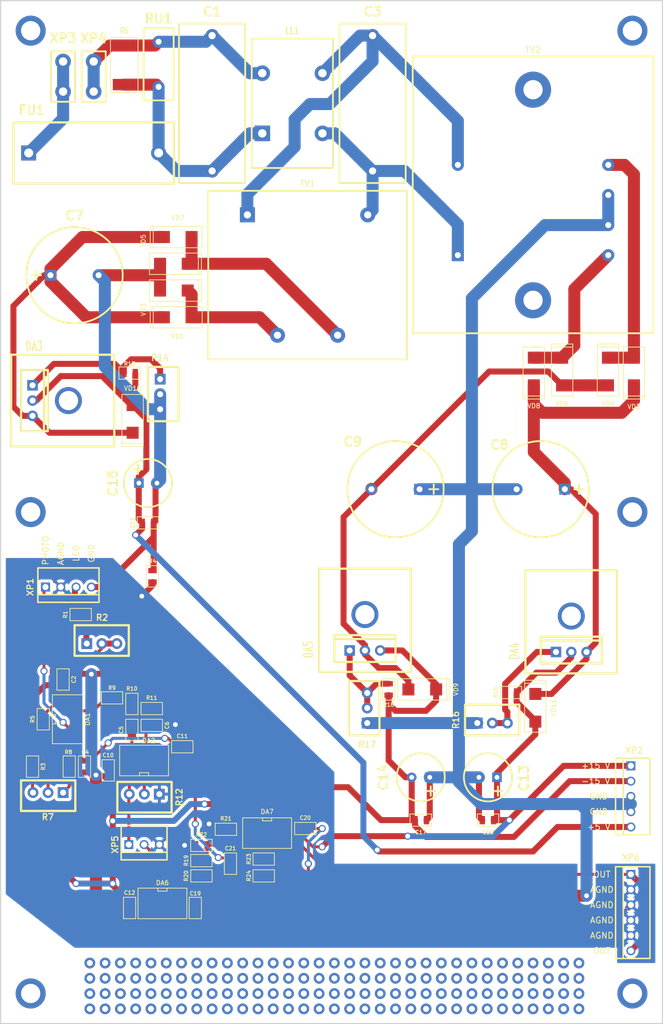
<source format=kicad_pcb>
(kicad_pcb (version 20241229) (generator "pcbnew") (generator_version "9.0")
  (layers (0 "F.Cu" signal) (2 "B.Cu" signal) (13 "F.Paste" user) (15 "B.Paste" user) (5 "F.SilkS" user "F.Silkscreen") (7 "B.SilkS" user "B.Silkscreen") (1 "F.Mask" user) (3 "B.Mask" user) (25 "Edge.Cuts" user))
  (net 0 "")
  (net 1 "Net-(C1-Pad2)")
  (net 2 "Net-(C1-Pad1)")
  (net 3 "/GND")
  (net 4 "/+15V")
  (net 5 "Net-(C3-Pad2)")
  (net 6 "Net-(C3-Pad1)")
  (net 7 "/-15V")
  (net 8 "Net-(C5-Pad2)")
  (net 9 "Net-(C5-Pad1)")
  (net 10 "/AGND")
  (net 11 "Net-(C6-Pad1)")
  (net 12 "Net-(C7-Pad1)")
  (net 13 "Net-(C8-Pad1)")
  (net 14 "Net-(C9-Pad2)")
  (net 15 "/+5V")
  (net 16 "Net-(C19-Pad1)")
  (net 17 "Net-(DA1-Pad1)")
  (net 18 "Net-(DA1-Pad2)")
  (net 19 "Net-(DA1-Pad3)")
  (net 20 "Net-(DA1-Pad5)")
  (net 21 "Net-(DA1-Pad6)")
  (net 22 "Net-(DA1-Pad8)")
  (net 23 "Net-(DA2-Pad1)")
  (net 24 "Net-(DA2-Pad2)")
  (net 25 "Net-(DA2-Pad5)")
  (net 26 "Net-(DA2-Pad8)")
  (net 27 "Net-(DA3-Pad1)")
  (net 28 "Net-(DA4-Pad1)")
  (net 29 "Net-(DA5-Pad1)")
  (net 30 "Net-(DA7-Pad1)")
  (net 31 "Net-(DA7-Pad2)")
  (net 32 "Net-(DA7-Pad3)")
  (net 33 "Net-(DA7-Pad5)")
  (net 34 "/SIG_OUT")
  (net 35 "Net-(DA7-Pad8)")
  (net 36 "Net-(FU1-Pad1)")
  (net 37 "Net-(R1-Pad2)")
  (net 38 "Net-(R1-Pad1)")
  (net 39 "Net-(R3-Pad2)")
  (net 40 "Net-(R7-Pad1)")
  (net 41 "Net-(R10-Pad1)")
  (net 42 "Net-(R19-Pad1)")
  (net 43 "Net-(R23-Pad2)")
  (net 44 "Net-(TV1-Pad7)")
  (net 45 "Net-(TV1-Pad9)")
  (net 46 "Net-(TV2-Pad7)")
  (net 47 "Net-(TV2-Pad10)")
  (net 48 "Net-(DA6-Pad1)")
  (net 49 "Net-(DA6-Pad3)")
  (net 50 "Net-(DA6-Pad5)")
  (net 51 "Net-(DA6-Pad7)")
  (net 52 "Net-(DA6-Pad8)")
  (footprint "IWcomponents:CAPACITOR_B32923_26.5x11" (layer "F.Cu") (at 175.26 67.945 -90)
    (property "Reference" "C1")
    (property "Value" "1 мк 305 В" (hide yes))
  )
  (footprint "IWsmd_case:SMD0805" (layer "F.Cu") (at 150.495 163.703 90)
    (property "Reference" "C2")
    (property "Value" "0.1 мк" (hide yes))
  )
  (footprint "IWcomponents:CAPACITOR_B32923_26.5x11" (layer "F.Cu") (at 201.93 67.945 -90)
    (property "Reference" "C3")
    (property "Value" "1 мк 305 В" (hide yes))
  )
  (footprint "IWsmd_case:SMD0805" (layer "F.Cu") (at 154.051 178.181 -90)
    (property "Reference" "C4")
    (property "Value" "0.1 мк" (hide yes))
  )
  (footprint "IWsmd_case:SMD0805" (layer "F.Cu") (at 161.925 172.085 90)
    (property "Reference" "C5")
    (property "Value" "0.1 мк" (hide yes))
  )
  (footprint "IWcomponents:CAPACITOR_7.62_D16" (layer "F.Cu") (at 152.4 96.52)
    (property "Reference" "C7")
    (property "Value" "4700 мк 16 В" (hide yes))
  )
  (footprint "IWcomponents:CAPACITOR_7.62_D16" (layer "F.Cu") (at 229.87 132.08 180)
    (property "Reference" "C8")
    (property "Value" "2200 мк 35 В" (hide yes))
  )
  (footprint "IWcomponents:CAPACITOR_7.62_D16" (layer "F.Cu") (at 205.74 132.08 180)
    (property "Reference" "C9")
    (property "Value" "2200 мк 35 В" (hide yes))
  )
  (footprint "IWsmd_case:SMD0805" (layer "F.Cu") (at 157.988 178.816 -90)
    (property "Reference" "C10")
    (property "Value" "0.1 мк" (hide yes))
  )
  (footprint "IWsmd_case:SMD0805" (layer "F.Cu") (at 170.307 174.879)
    (property "Reference" "C11")
    (property "Value" "0.1 мк" (hide yes))
  )
  (footprint "IWsmd_case:SMD0805" (layer "F.Cu") (at 161.544 201.676 -90)
    (property "Reference" "C12")
    (property "Value" "0.1 мк" (hide yes))
  )
  (footprint "IWcomponents:CAPACITOR_3_D8" (layer "F.Cu") (at 221.107 179.959 180)
    (property "Reference" "C13")
    (property "Value" "220 мк 25 В" (hide yes))
  )
  (footprint "IWcomponents:CAPACITOR_3_D8" (layer "F.Cu") (at 209.931 179.959 180)
    (property "Reference" "C14")
    (property "Value" "220 мк 25 В" (hide yes))
  )
  (footprint "IWcomponents:CAPACITOR_3_D8" (layer "F.Cu") (at 164.592 131.064)
    (property "Reference" "C15")
    (property "Value" "470 мк 16 В" (hide yes))
  )
  (footprint "IWsmd_case:SMD0805" (layer "F.Cu") (at 221.107 187.071 180)
    (property "Reference" "C16")
    (property "Value" "0.1 мк" (hide yes))
  )
  (footprint "IWsmd_case:SMD0805" (layer "F.Cu") (at 164.592 137.668)
    (property "Reference" "C18")
    (property "Value" "0.1 мк" (hide yes))
  )
  (footprint "IWsmd_case:SMD0805" (layer "F.Cu") (at 172.466 201.676 -90)
    (property "Reference" "C19")
    (property "Value" "0.1 мк" (hide yes))
  )
  (footprint "IWsmd_case:SMD0805" (layer "F.Cu") (at 190.754 188.468)
    (property "Reference" "C20")
    (property "Value" "0.1 мк" (hide yes))
  )
  (footprint "IWsmd_case:SMD0805" (layer "F.Cu") (at 178.308 194.31 -90)
    (property "Reference" "C21")
    (property "Value" "0.1 мк" (hide yes))
  )
  (footprint "IWsmd_case:SOIC8" (layer "F.Cu") (at 151.257 170.307)
    (property "Reference" "DA1")
    (property "Value" "AD620ARZ" (hide yes))
  )
  (footprint "IWsmd_case:SOIC8" (layer "F.Cu") (at 163.957 177.165 90)
    (property "Reference" "DA2")
    (property "Value" "OP07CD" (hide yes))
  )
  (footprint "IWcomponents:TO220_RAD_16.5x15" (layer "F.Cu") (at 151.384 117.348)
    (property "Reference" "DA3")
    (property "Value" "LM317" (hide yes))
  )
  (footprint "IWcomponents:TO220_RAD_16.5x15" (layer "F.Cu") (at 200.66 152.908 90)
    (property "Reference" "DA5")
    (property "Value" "LM337T" (hide yes))
  )
  (footprint "IWsmd_case:SOIC8" (layer "F.Cu") (at 184.404 189.23 -90)
    (property "Reference" "DA7")
    (property "Value" "OP07CD" (hide yes))
  )
  (footprint "IWcomponents:FU_PTF15B" (layer "F.Cu") (at 149.86 76.2)
    (property "Reference" "FU1")
    (property "Value" "0.1A" (hide yes))
  )
  (footprint "IWtransformator:EMI_EPCOS_B82731T" (layer "F.Cu") (at 188.595 67.945 90)
    (property "Reference" "LL1")
    (property "Value" "B82731T2301A020" (hide yes))
  )
  (footprint "IWsmd_case:SMD0805" (layer "F.Cu") (at 153.416 152.908)
    (property "Reference" "R1")
    (property "Value" "50" (hide yes))
  )
  (footprint "IWsmd_case:SMD0805" (layer "F.Cu") (at 145.415 178.181 -90)
    (property "Reference" "R3")
    (property "Value" "15 к" (hide yes))
  )
  (footprint "IWsmd_case:SMD0805" (layer "F.Cu") (at 147.193 170.307 -90)
    (property "Reference" "R5")
    (property "Value" "100 к" (hide yes))
  )
  (footprint "IWsmd_case:SMD2512" (layer "F.Cu") (at 160.655 61.595 -90)
    (property "Reference" "R6")
    (property "Value" "510 к" (hide yes))
  )
  (footprint "IWcomponents:Electron_3296W" (layer "F.Cu") (at 150.495 182.499 180)
    (property "Reference" "R7")
    (property "Value" "10 к" (hide yes))
  )
  (footprint "IWsmd_case:SMD0805" (layer "F.Cu") (at 151.511 178.181 90)
    (property "Reference" "R8")
    (property "Value" "15 к" (hide yes))
  )
  (footprint "IWsmd_case:SMD0805" (layer "F.Cu") (at 161.925 167.767 -90)
    (property "Reference" "R10")
    (property "Value" "10 к" (hide yes))
  )
  (footprint "IWsmd_case:SMD0805" (layer "F.Cu") (at 165.227 168.529)
    (property "Reference" "R11")
    (property "Value" "10 к" (hide yes))
  )
  (footprint "IWcomponents:Electron_3296W" (layer "F.Cu") (at 166.497 182.753 180)
    (property "Reference" "R12")
    (property "Value" "10 к" (hide yes))
  )
  (footprint "IWsmd_case:SMD0805" (layer "F.Cu") (at 161.544 112.776)
    (property "Reference" "R13")
    (property "Value" "240" (hide yes))
  )
  (footprint "IWcomponents:Electron_3296W" (layer "F.Cu") (at 166.624 113.792 -90)
    (property "Reference" "R14")
    (property "Value" "5 к" (hide yes))
  )
  (footprint "IWsmd_case:SMD0805" (layer "F.Cu") (at 224.917 165.862)
    (property "Reference" "R15")
    (property "Value" "240" (hide yes))
  )
  (footprint "IWcomponents:Electron_3296W" (layer "F.Cu") (at 219.329 170.942)
    (property "Reference" "R16")
    (property "Value" "5 к" (hide yes))
  )
  (footprint "IWcomponents:Electron_3296W" (layer "F.Cu") (at 201.041 170.942 90)
    (property "Reference" "R17")
    (property "Value" "5 к" (hide yes))
  )
  (footprint "IWsmd_case:SMD0805" (layer "F.Cu") (at 173.482 193.802)
    (property "Reference" "R19")
    (property "Value" "100 к" (hide yes))
  )
  (footprint "IWsmd_case:SMD0805" (layer "F.Cu") (at 173.482 196.342)
    (property "Reference" "R20")
    (property "Value" "100 к" (hide yes))
  )
  (footprint "IWsmd_case:SMD0805" (layer "F.Cu") (at 177.546 188.595)
    (property "Reference" "R21")
    (property "Value" "100 к" (hide yes))
  )
  (footprint "IWsmd_case:SMD0805" (layer "F.Cu") (at 173.482 191.262 180)
    (property "Reference" "R22")
    (property "Value" "100 к" (hide yes))
  )
  (footprint "IWsmd_case:SMD0805" (layer "F.Cu") (at 183.8325 193.548)
    (property "Reference" "R23")
    (property "Value" "100 к" (hide yes))
  )
  (footprint "IWsmd_case:SMD0805" (layer "F.Cu") (at 183.8325 196.342)
    (property "Reference" "R24")
    (property "Value" "100 к" (hide yes))
  )
  (footprint "IWcomponents:RU_EPCOS_B72210S0271K101_12х5" (layer "F.Cu") (at 166.37 61.468 -90)
    (property "Reference" "RU1")
    (property "Value" "B72210S0271K101" (hide yes))
  )
  (footprint "IWtransformator:TPG2-12" (layer "F.Cu") (at 191.135 96.52)
    (property "Reference" "TV1")
    (property "Value" "ТПК-2 (6В)" (hide yes))
  )
  (footprint "IWcomponents:SMA" (layer "F.Cu") (at 169.545 103.505 180)
    (property "Reference" "VD1")
    (property "Value" "VS-10MQ100NTRPBF" (hide yes))
  )
  (footprint "IWcomponents:SMA" (layer "F.Cu") (at 245.364 112.522 -90)
    (property "Reference" "VD2")
    (property "Value" "VS-10MQ100NTRPBF" (hide yes))
  )
  (footprint "IWcomponents:SMA" (layer "F.Cu") (at 168.91 99.06)
    (property "Reference" "VD3")
    (property "Value" "VS-10MQ100NTRPBF" (hide yes))
  )
  (footprint "IWcomponents:SMA" (layer "F.Cu") (at 241.046 112.522 90)
    (property "Reference" "VD4")
    (property "Value" "VS-10MQ100NTRPBF" (hide yes))
  )
  (footprint "IWcomponents:SMA" (layer "F.Cu") (at 168.91 94.615)
    (property "Reference" "VD5")
    (property "Value" "VS-10MQ100NTRPBF" (hide yes))
  )
  (footprint "IWcomponents:SMA" (layer "F.Cu") (at 233.426 112.522 90)
    (property "Reference" "VD6")
    (property "Value" "VS-10MQ100NTRPBF" (hide yes))
  )
  (footprint "IWcomponents:SMA" (layer "F.Cu") (at 169.545 90.17 180)
    (property "Reference" "VD7")
    (property "Value" "VS-10MQ100NTRPBF" (hide yes))
  )
  (footprint "IWcomponents:SMA" (layer "F.Cu") (at 228.727 112.522 -90)
    (property "Reference" "VD8")
    (property "Value" "VS-10MQ100NTRPBF" (hide yes))
  )
  (footprint "IWcomponents:SMA" (layer "F.Cu") (at 210.185 165.354)
    (property "Reference" "VD9")
    (property "Value" "VS-10MQ100NTRPBF" (hide yes))
  )
  (footprint "IWcomponents:SMA" (layer "F.Cu") (at 162.052 120.396 -90)
    (property "Reference" "VD10")
    (property "Value" "VS-10MQ100NTRPBF" (hide yes))
  )
  (footprint "IWcomponents:SMA" (layer "F.Cu") (at 228.981 168.402 90)
    (property "Reference" "VD11")
    (property "Value" "VS-10MQ100NTRPBF" (hide yes))
  )
  (footprint "IWconnectors:WF-4" (layer "F.Cu") (at 151.384 148.336)
    (property "Reference" "XP1")
    (property "Value" "WF-4" (hide yes))
  )
  (footprint "IWconnectors:TERMINAL_KLS8-01128_6.3mm" (layer "F.Cu") (at 150.495 63.5 90)
    (property "Reference" "XP3")
    (property "Value" "L-KLS8-01128-PC-250-0.8" (hide yes))
  )
  (footprint "IWconnectors:TERMINAL_KLS8-01128_6.3mm" (layer "F.Cu") (at 155.575 63.5 90)
    (property "Reference" "XP4")
    (property "Value" "L-KLS8-01128-PC-250-0.8" (hide yes))
  )
  (footprint "IWconnectors:WF-3" (layer "F.Cu") (at 163.957 191.135)
    (property "Reference" "XP5")
    (property "Value" "WF-3" (hide yes))
  )
  (footprint "IWtransformator:TP112-11" (layer "F.Cu") (at 228.6 83.185 90)
    (property "Reference" "TV2")
    (property "Value" "ТП-112-11 (2х15В)" (hide yes))
  )
  (footprint "IWsmd_case:SMD0805" (layer "F.Cu") (at 204.597 165.354 -90)
    (property "Reference" "R18")
    (property "Value" "240" (hide yes))
  )
  (footprint "IWcomponents:TO220_RAD_16.5x15" (layer "F.Cu") (at 234.95 153.162 90)
    (property "Reference" "DA4")
    (property "Value" "LM317T" (hide yes))
  )
  (footprint "IWsmd_case:SMD0805" (layer "F.Cu") (at 209.931 187.071)
    (property "Reference" "C17")
    (property "Value" "0.1 мк" (hide yes))
  )
  (footprint "IWcomponents:Electron_3296W" (layer "F.Cu") (at 154.432 157.734)
    (property "Reference" "R2")
    (property "Value" "500" (hide yes))
  )
  (footprint "IWsmd_case:SMD0805" (layer "F.Cu") (at 165.227 171.323)
    (property "Reference" "C6")
    (property "Value" "0.1 мк" (hide yes))
  )
  (footprint "IWsmd_case:SMD0805" (layer "F.Cu") (at 158.623 166.751 180)
    (property "Reference" "R9")
    (property "Value" "0" (hide yes))
  )
  (footprint "IWsmd_case:SOIC8" (layer "F.Cu") (at 167.005 200.914 -90)
    (property "Reference" "DA6")
    (property "Value" "AD680AR" (hide yes))
  )
  (footprint "IWsmd_case:SMD0805" (layer "F.Cu") (at 165.354 146.558 -90)
    (property "Reference" "R4")
    (property "Value" "0" (hide yes))
  )
  (footprint "IWconnectors:WF-6" (layer "F.Cu") (at 244.856 202.438 -90)
    (property "Reference" "XP6")
    (property "Value" "WF-6" (hide yes))
  )
  (footprint "IWconnectors:WF-5" (layer "F.Cu") (at 244.856 183.134 -90)
    (property "Reference" "XP2")
    (property "Value" "WF-5" (hide yes))
  )
  (gr_line (start 250.11 220.88) (end 250.11 50.88) (stroke (width 0.2)) (layer "Edge.Cuts"))
  (gr_line (start 140.11 50.88) (end 250.11 50.88) (stroke (width 0.2)) (layer "Edge.Cuts"))
  (gr_line (start 140.11 220.88) (end 140.11 50.88) (stroke (width 0.2)) (layer "Edge.Cuts"))
  (gr_line (start 140.11 220.88) (end 250.11 220.88) (stroke (width 0.2)) (layer "Edge.Cuts"))
  (gr_text "-15 V" (at 239.014 180.594 0) (layer "F.SilkS") (effects (font (size 1 1))))
  (gr_text "GND" (at 239.522 185.674 0) (layer "F.SilkS") (effects (font (size 1 1))))
  (gr_text "AGND" (at 240.03 206.248 0) (layer "F.SilkS") (effects (font (size 1 1))))
  (gr_text "PHOTO" (at 147.574 142.24 90) (layer "F.SilkS") (effects (font (size 1 1))))
  (gr_text "AGND" (at 150.114 142.748 90) (layer "F.SilkS") (effects (font (size 1 1))))
  (gr_text "OUT" (at 240.03 208.788 0) (layer "F.SilkS") (effects (font (size 1 1))))
  (gr_text "OUT" (at 240.03 196.088 0) (layer "F.SilkS") (effects (font (size 1 1))))
  (gr_text "AGND" (at 240.03 203.708 0) (layer "F.SilkS") (effects (font (size 1 1))))
  (gr_text "AGND" (at 240.03 201.168 0) (layer "F.SilkS") (effects (font (size 1 1))))
  (gr_text "LED" (at 152.654 142.748 90) (layer "F.SilkS") (effects (font (size 1 1))))
  (gr_text "+15 V" (at 239.014 178.054 0) (layer "F.SilkS") (effects (font (size 1 1))))
  (gr_text "+5 V" (at 239.522 188.214 0) (layer "F.SilkS") (effects (font (size 1 1))))
  (gr_text "GND" (at 155.194 142.748 90) (layer "F.SilkS") (effects (font (size 1 1))))
  (gr_text "GND" (at 239.522 183.134 0) (layer "F.SilkS") (effects (font (size 1 1))))
  (gr_text "AGND" (at 240.03 198.628 0) (layer "F.SilkS") (effects (font (size 1 1))))
  (via (at 245.11 135.88) (size 5) (drill 3.2) (layers "F.Cu" "B.Cu") (net 0))
  (via (at 218.44 213.36) (size 1.8) (drill 1) (layers "F.Cu" "B.Cu") (net 0))
  (via (at 218.44 215.9) (size 1.8) (drill 1) (layers "F.Cu" "B.Cu") (net 0))
  (via (at 210.82 215.9) (size 1.8) (drill 1) (layers "F.Cu" "B.Cu") (net 0))
  (via (at 205.74 215.9) (size 1.8) (drill 1) (layers "F.Cu" "B.Cu") (net 0))
  (via (at 172.72 215.9) (size 1.8) (drill 1) (layers "F.Cu" "B.Cu") (net 0))
  (via (at 236.22 215.9) (size 1.8) (drill 1) (layers "F.Cu" "B.Cu") (net 0))
  (via (at 213.36 215.9) (size 1.8) (drill 1) (layers "F.Cu" "B.Cu") (net 0))
  (via (at 220.98 215.9) (size 1.8) (drill 1) (layers "F.Cu" "B.Cu") (net 0))
  (via (at 162.56 215.9) (size 1.8) (drill 1) (layers "F.Cu" "B.Cu") (net 0))
  (via (at 175.26 215.9) (size 1.8) (drill 1) (layers "F.Cu" "B.Cu") (net 0))
  (via (at 177.8 215.9) (size 1.8) (drill 1) (layers "F.Cu" "B.Cu") (net 0))
  (via (at 154.94 215.9) (size 1.8) (drill 1) (layers "F.Cu" "B.Cu") (net 0))
  (via (at 200.66 215.9) (size 1.8) (drill 1) (layers "F.Cu" "B.Cu") (net 0))
  (via (at 195.58 215.9) (size 1.8) (drill 1) (layers "F.Cu" "B.Cu") (net 0))
  (via (at 226.06 215.9) (size 1.8) (drill 1) (layers "F.Cu" "B.Cu") (net 0))
  (via (at 160.02 215.9) (size 1.8) (drill 1) (layers "F.Cu" "B.Cu") (net 0))
  (via (at 185.42 215.9) (size 1.8) (drill 1) (layers "F.Cu" "B.Cu") (net 0))
  (via (at 180.34 215.9) (size 1.8) (drill 1) (layers "F.Cu" "B.Cu") (net 0))
  (via (at 187.96 215.9) (size 1.8) (drill 1) (layers "F.Cu" "B.Cu") (net 0))
  (via (at 231.14 215.9) (size 1.8) (drill 1) (layers "F.Cu" "B.Cu") (net 0))
  (via (at 198.12 215.9) (size 1.8) (drill 1) (layers "F.Cu" "B.Cu") (net 0))
  (via (at 167.64 215.9) (size 1.8) (drill 1) (layers "F.Cu" "B.Cu") (net 0))
  (via (at 165.1 215.9) (size 1.8) (drill 1) (layers "F.Cu" "B.Cu") (net 0))
  (via (at 170.18 215.9) (size 1.8) (drill 1) (layers "F.Cu" "B.Cu") (net 0))
  (via (at 182.88 215.9) (size 1.8) (drill 1) (layers "F.Cu" "B.Cu") (net 0))
  (via (at 190.5 215.9) (size 1.8) (drill 1) (layers "F.Cu" "B.Cu") (net 0))
  (via (at 193.04 215.9) (size 1.8) (drill 1) (layers "F.Cu" "B.Cu") (net 0))
  (via (at 157.48 215.9) (size 1.8) (drill 1) (layers "F.Cu" "B.Cu") (net 0))
  (via (at 233.68 215.9) (size 1.8) (drill 1) (layers "F.Cu" "B.Cu") (net 0))
  (via (at 228.6 215.9) (size 1.8) (drill 1) (layers "F.Cu" "B.Cu") (net 0))
  (via (at 203.2 215.9) (size 1.8) (drill 1) (layers "F.Cu" "B.Cu") (net 0))
  (via (at 223.52 215.9) (size 1.8) (drill 1) (layers "F.Cu" "B.Cu") (net 0))
  (via (at 215.9 215.9) (size 1.8) (drill 1) (layers "F.Cu" "B.Cu") (net 0))
  (via (at 208.28 215.9) (size 1.8) (drill 1) (layers "F.Cu" "B.Cu") (net 0))
  (via (at 167.64 210.82) (size 1.8) (drill 1) (layers "F.Cu" "B.Cu") (net 0))
  (via (at 236.22 218.44) (size 1.8) (drill 1) (layers "F.Cu" "B.Cu") (net 0))
  (via (at 226.06 218.44) (size 1.8) (drill 1) (layers "F.Cu" "B.Cu") (net 0))
  (via (at 172.72 218.44) (size 1.8) (drill 1) (layers "F.Cu" "B.Cu") (net 0))
  (via (at 233.68 210.82) (size 1.8) (drill 1) (layers "F.Cu" "B.Cu") (net 0))
  (via (at 172.72 213.36) (size 1.8) (drill 1) (layers "F.Cu" "B.Cu") (net 0))
  (via (at 208.28 218.44) (size 1.8) (drill 1) (layers "F.Cu" "B.Cu") (net 0))
  (via (at 182.88 213.36) (size 1.8) (drill 1) (layers "F.Cu" "B.Cu") (net 0))
  (via (at 223.52 210.82) (size 1.8) (drill 1) (layers "F.Cu" "B.Cu") (net 0))
  (via (at 182.88 218.44) (size 1.8) (drill 1) (layers "F.Cu" "B.Cu") (net 0))
  (via (at 231.14 218.44) (size 1.8) (drill 1) (layers "F.Cu" "B.Cu") (net 0))
  (via (at 167.64 218.44) (size 1.8) (drill 1) (layers "F.Cu" "B.Cu") (net 0))
  (via (at 160.02 210.82) (size 1.8) (drill 1) (layers "F.Cu" "B.Cu") (net 0))
  (via (at 180.34 210.82) (size 1.8) (drill 1) (layers "F.Cu" "B.Cu") (net 0))
  (via (at 223.52 218.44) (size 1.8) (drill 1) (layers "F.Cu" "B.Cu") (net 0))
  (via (at 185.42 213.36) (size 1.8) (drill 1) (layers "F.Cu" "B.Cu") (net 0))
  (via (at 236.22 213.36) (size 1.8) (drill 1) (layers "F.Cu" "B.Cu") (net 0))
  (via (at 190.5 213.36) (size 1.8) (drill 1) (layers "F.Cu" "B.Cu") (net 0))
  (via (at 182.88 210.82) (size 1.8) (drill 1) (layers "F.Cu" "B.Cu") (net 0))
  (via (at 154.94 210.82) (size 1.8) (drill 1) (layers "F.Cu" "B.Cu") (net 0))
  (via (at 231.14 213.36) (size 1.8) (drill 1) (layers "F.Cu" "B.Cu") (net 0))
  (via (at 223.52 213.36) (size 1.8) (drill 1) (layers "F.Cu" "B.Cu") (net 0))
  (via (at 193.04 218.44) (size 1.8) (drill 1) (layers "F.Cu" "B.Cu") (net 0))
  (via (at 170.18 210.82) (size 1.8) (drill 1) (layers "F.Cu" "B.Cu") (net 0))
  (via (at 180.34 218.44) (size 1.8) (drill 1) (layers "F.Cu" "B.Cu") (net 0))
  (via (at 228.6 218.44) (size 1.8) (drill 1) (layers "F.Cu" "B.Cu") (net 0))
  (via (at 167.64 213.36) (size 1.8) (drill 1) (layers "F.Cu" "B.Cu") (net 0))
  (via (at 236.22 210.82) (size 1.8) (drill 1) (layers "F.Cu" "B.Cu") (net 0))
  (via (at 213.36 218.44) (size 1.8) (drill 1) (layers "F.Cu" "B.Cu") (net 0))
  (via (at 220.98 210.82) (size 1.8) (drill 1) (layers "F.Cu" "B.Cu") (net 0))
  (via (at 203.2 213.36) (size 1.8) (drill 1) (layers "F.Cu" "B.Cu") (net 0))
  (via (at 233.68 213.36) (size 1.8) (drill 1) (layers "F.Cu" "B.Cu") (net 0))
  (via (at 187.96 213.36) (size 1.8) (drill 1) (layers "F.Cu" "B.Cu") (net 0))
  (via (at 228.6 213.36) (size 1.8) (drill 1) (layers "F.Cu" "B.Cu") (net 0))
  (via (at 220.98 213.36) (size 1.8) (drill 1) (layers "F.Cu" "B.Cu") (net 0))
  (via (at 154.94 218.44) (size 1.8) (drill 1) (layers "F.Cu" "B.Cu") (net 0))
  (via (at 198.12 210.82) (size 1.8) (drill 1) (layers "F.Cu" "B.Cu") (net 0))
  (via (at 215.9 210.82) (size 1.8) (drill 1) (layers "F.Cu" "B.Cu") (net 0))
  (via (at 200.66 213.36) (size 1.8) (drill 1) (layers "F.Cu" "B.Cu") (net 0))
  (via (at 160.02 218.44) (size 1.8) (drill 1) (layers "F.Cu" "B.Cu") (net 0))
  (via (at 165.1 213.36) (size 1.8) (drill 1) (layers "F.Cu" "B.Cu") (net 0))
  (via (at 245.11 55.88) (size 5) (drill 3.2) (layers "F.Cu" "B.Cu") (net 0))
  (via (at 162.56 213.36) (size 1.8) (drill 1) (layers "F.Cu" "B.Cu") (net 0))
  (via (at 193.04 210.82) (size 1.8) (drill 1) (layers "F.Cu" "B.Cu") (net 0))
  (via (at 165.1 218.44) (size 1.8) (drill 1) (layers "F.Cu" "B.Cu") (net 0))
  (via (at 175.26 210.82) (size 1.8) (drill 1) (layers "F.Cu" "B.Cu") (net 0))
  (via (at 226.06 213.36) (size 1.8) (drill 1) (layers "F.Cu" "B.Cu") (net 0))
  (via (at 205.74 213.36) (size 1.8) (drill 1) (layers "F.Cu" "B.Cu") (net 0))
  (via (at 205.74 210.82) (size 1.8) (drill 1) (layers "F.Cu" "B.Cu") (net 0))
  (via (at 157.48 213.36) (size 1.8) (drill 1) (layers "F.Cu" "B.Cu") (net 0))
  (via (at 213.36 213.36) (size 1.8) (drill 1) (layers "F.Cu" "B.Cu") (net 0))
  (via (at 231.14 210.82) (size 1.8) (drill 1) (layers "F.Cu" "B.Cu") (net 0))
  (via (at 228.6 210.82) (size 1.8) (drill 1) (layers "F.Cu" "B.Cu") (net 0))
  (via (at 162.56 218.44) (size 1.8) (drill 1) (layers "F.Cu" "B.Cu") (net 0))
  (via (at 218.44 218.44) (size 1.8) (drill 1) (layers "F.Cu" "B.Cu") (net 0))
  (via (at 154.94 213.36) (size 1.8) (drill 1) (layers "F.Cu" "B.Cu") (net 0))
  (via (at 162.56 210.82) (size 1.8) (drill 1) (layers "F.Cu" "B.Cu") (net 0))
  (via (at 185.42 218.44) (size 1.8) (drill 1) (layers "F.Cu" "B.Cu") (net 0))
  (via (at 175.26 218.44) (size 1.8) (drill 1) (layers "F.Cu" "B.Cu") (net 0))
  (via (at 190.5 218.44) (size 1.8) (drill 1) (layers "F.Cu" "B.Cu") (net 0))
  (via (at 187.96 218.44) (size 1.8) (drill 1) (layers "F.Cu" "B.Cu") (net 0))
  (via (at 226.06 210.82) (size 1.8) (drill 1) (layers "F.Cu" "B.Cu") (net 0))
  (via (at 198.12 213.36) (size 1.8) (drill 1) (layers "F.Cu" "B.Cu") (net 0))
  (via (at 210.82 218.44) (size 1.8) (drill 1) (layers "F.Cu" "B.Cu") (net 0))
  (via (at 215.9 218.44) (size 1.8) (drill 1) (layers "F.Cu" "B.Cu") (net 0))
  (via (at 208.28 210.82) (size 1.8) (drill 1) (layers "F.Cu" "B.Cu") (net 0))
  (via (at 145.11 135.88) (size 5) (drill 3.2) (layers "F.Cu" "B.Cu") (net 0))
  (via (at 160.02 213.36) (size 1.8) (drill 1) (layers "F.Cu" "B.Cu") (net 0))
  (via (at 205.74 218.44) (size 1.8) (drill 1) (layers "F.Cu" "B.Cu") (net 0))
  (via (at 233.68 218.44) (size 1.8) (drill 1) (layers "F.Cu" "B.Cu") (net 0))
  (via (at 210.82 210.82) (size 1.8) (drill 1) (layers "F.Cu" "B.Cu") (net 0))
  (via (at 157.48 218.44) (size 1.8) (drill 1) (layers "F.Cu" "B.Cu") (net 0))
  (via (at 177.8 213.36) (size 1.8) (drill 1) (layers "F.Cu" "B.Cu") (net 0))
  (via (at 165.1 210.82) (size 1.8) (drill 1) (layers "F.Cu" "B.Cu") (net 0))
  (via (at 200.66 218.44) (size 1.8) (drill 1) (layers "F.Cu" "B.Cu") (net 0))
  (via (at 195.58 218.44) (size 1.8) (drill 1) (layers "F.Cu" "B.Cu") (net 0))
  (via (at 193.04 213.36) (size 1.8) (drill 1) (layers "F.Cu" "B.Cu") (net 0))
  (via (at 210.82 213.36) (size 1.8) (drill 1) (layers "F.Cu" "B.Cu") (net 0))
  (via (at 208.28 213.36) (size 1.8) (drill 1) (layers "F.Cu" "B.Cu") (net 0))
  (via (at 203.2 210.82) (size 1.8) (drill 1) (layers "F.Cu" "B.Cu") (net 0))
  (via (at 190.5 210.82) (size 1.8) (drill 1) (layers "F.Cu" "B.Cu") (net 0))
  (via (at 213.36 210.82) (size 1.8) (drill 1) (layers "F.Cu" "B.Cu") (net 0))
  (via (at 187.96 210.82) (size 1.8) (drill 1) (layers "F.Cu" "B.Cu") (net 0))
  (via (at 245.11 215.88) (size 5) (drill 3.2) (layers "F.Cu" "B.Cu") (net 0))
  (via (at 170.18 213.36) (size 1.8) (drill 1) (layers "F.Cu" "B.Cu") (net 0))
  (via (at 177.8 210.82) (size 1.8) (drill 1) (layers "F.Cu" "B.Cu") (net 0))
  (via (at 215.9 213.36) (size 1.8) (drill 1) (layers "F.Cu" "B.Cu") (net 0))
  (via (at 195.58 210.82) (size 1.8) (drill 1) (layers "F.Cu" "B.Cu") (net 0))
  (via (at 180.34 213.36) (size 1.8) (drill 1) (layers "F.Cu" "B.Cu") (net 0))
  (via (at 175.26 213.36) (size 1.8) (drill 1) (layers "F.Cu" "B.Cu") (net 0))
  (via (at 145.11 55.88) (size 5) (drill 3.2) (layers "F.Cu" "B.Cu") (net 0))
  (via (at 220.98 218.44) (size 1.8) (drill 1) (layers "F.Cu" "B.Cu") (net 0))
  (via (at 157.48 210.82) (size 1.8) (drill 1) (layers "F.Cu" "B.Cu") (net 0))
  (via (at 177.8 218.44) (size 1.8) (drill 1) (layers "F.Cu" "B.Cu") (net 0))
  (via (at 200.66 210.82) (size 1.8) (drill 1) (layers "F.Cu" "B.Cu") (net 0))
  (via (at 203.2 218.44) (size 1.8) (drill 1) (layers "F.Cu" "B.Cu") (net 0))
  (via (at 195.58 213.36) (size 1.8) (drill 1) (layers "F.Cu" "B.Cu") (net 0))
  (via (at 145.11 215.88) (size 5) (drill 3.2) (layers "F.Cu" "B.Cu") (net 0))
  (via (at 218.44 210.82) (size 1.8) (drill 1) (layers "F.Cu" "B.Cu") (net 0))
  (via (at 198.12 218.44) (size 1.8) (drill 1) (layers "F.Cu" "B.Cu") (net 0))
  (via (at 172.72 210.82) (size 1.8) (drill 1) (layers "F.Cu" "B.Cu") (net 0))
  (via (at 185.42 210.82) (size 1.8) (drill 1) (layers "F.Cu" "B.Cu") (net 0))
  (via (at 170.18 218.44) (size 1.8) (drill 1) (layers "F.Cu" "B.Cu") (net 0))
  (segment (start 165.997 64.845) (end 166.37 65.218) (width 2) (layer "F.Cu") (net 1))
  (segment (start 160.655 64.845) (end 165.997 64.845) (width 2) (layer "F.Cu") (net 1))
  (segment (start 183.595 72.945) (end 181.51 72.945) (width 2) (layer "B.Cu") (net 1))
  (segment (start 166.37 76.2) (end 166.37 65.218) (width 2) (layer "B.Cu") (net 1))
  (segment (start 181.51 72.945) (end 175.26 79.195) (width 2) (layer "B.Cu") (net 1))
  (segment (start 175.26 79.195) (end 169.365 79.195) (width 2) (layer "B.Cu") (net 1))
  (segment (start 169.365 79.195) (end 166.37 76.2) (width 2) (layer "B.Cu") (net 1))
  (segment (start 158.23 58.345) (end 155.575 61) (width 2) (layer "F.Cu") (net 2))
  (segment (start 165.743 58.345) (end 166.37 57.718) (width 2) (layer "F.Cu") (net 2))
  (segment (start 160.655 58.345) (end 158.23 58.345) (width 2) (layer "F.Cu") (net 2))
  (segment (start 160.655 58.345) (end 165.743 58.345) (width 2) (layer "F.Cu") (net 2))
  (segment (start 174.237 57.718) (end 175.26 56.695) (width 2) (layer "B.Cu") (net 2))
  (segment (start 166.37 57.718) (end 174.237 57.718) (width 2) (layer "B.Cu") (net 2))
  (segment (start 155.575 66) (end 155.575 61) (width 2) (layer "B.Cu") (net 2))
  (segment (start 183.595 62.945) (end 181.51 62.945) (width 2) (layer "B.Cu") (net 2))
  (segment (start 181.51 62.945) (end 175.26 56.695) (width 2) (layer "B.Cu") (net 2))
  (segment (start 191.262 199.644) (end 184.912 205.994) (width 2) (layer "F.Cu") (net 3))
  (segment (start 165.5445 140.0175) (end 165.5445 137.668) (width 1) (layer "F.Cu") (net 3))
  (segment (start 163.83 202.819) (end 161.7345 202.819) (width 0.5) (layer "F.Cu") (net 3))
  (segment (start 155.956 201.93) (end 155.956 179.578) (width 2) (layer "F.Cu") (net 3))
  (segment (start 156.1465 179.7685) (end 155.956 179.578) (width 1) (layer "F.Cu") (net 3))
  (segment (start 166.60876 99.06) (end 166.60876 96.78924) (width 2) (layer "F.Cu") (net 3))
  (segment (start 155.1305 162.7505) (end 162.7505 162.7505) (width 1) (layer "F.Cu") (net 3))
  (segment (start 162.7505 162.7505) (end 164.2745 162.7505) (width 1) (layer "F.Cu") (net 3))
  (segment (start 160.02 205.994) (end 155.956 201.93) (width 2) (layer "F.Cu") (net 3))
  (segment (start 172.466 202.6285) (end 172.466 205.74) (width 1) (layer "F.Cu") (net 3))
  (segment (start 172.466 205.74) (end 172.212 205.994) (width 1) (layer "F.Cu") (net 3))
  (segment (start 237.5535 199.7075) (end 237.49 199.644) (width 1) (layer "F.Cu") (net 3))
  (segment (start 237.49 199.644) (end 191.262 199.644) (width 2) (layer "F.Cu") (net 3))
  (segment (start 157.988 179.7685) (end 156.1465 179.7685) (width 1) (layer "F.Cu") (net 3))
  (segment (start 157.226 148.336) (end 165.5445 140.0175) (width 1) (layer "F.Cu") (net 3))
  (segment (start 178.308 205.994) (end 172.212 205.994) (width 2) (layer "F.Cu") (net 3))
  (segment (start 178.308 195.2625) (end 178.308 205.994) (width 1) (layer "F.Cu") (net 3))
  (segment (start 155.194 148.336) (end 157.226 148.336) (width 1) (layer "F.Cu") (net 3))
  (segment (start 166.60876 96.78924) (end 166.60876 94.615) (width 2) (layer "F.Cu") (net 3))
  (segment (start 171.2595 169.7355) (end 171.2595 174.879) (width 1) (layer "F.Cu") (net 3))
  (segment (start 155.194 148.336) (end 157.099 148.336) (width 1) (layer "F.Cu") (net 3))
  (segment (start 161.544 204.47) (end 160.02 205.994) (width 1) (layer "F.Cu") (net 3))
  (segment (start 166.092 131.064) (end 165.862 131.294) (width 1) (layer "F.Cu") (net 3))
  (segment (start 166.33952 96.52) (end 166.60876 96.78924) (width 2) (layer "F.Cu") (net 3))
  (segment (start 219.607 179.959) (end 219.607 186.5235) (width 1) (layer "F.Cu") (net 3))
  (segment (start 165.862 137.3505) (end 165.5445 137.668) (width 1) (layer "F.Cu") (net 3))
  (segment (start 154.051 179.1335) (end 155.5115 179.1335) (width 1) (layer "F.Cu") (net 3))
  (segment (start 157.099 148.336) (end 162.7505 153.9875) (width 1) (layer "F.Cu") (net 3))
  (segment (start 155.1305 162.7505) (end 155.194 162.814) (width 1) (layer "F.Cu") (net 3))
  (segment (start 161.7345 202.819) (end 161.544 202.6285) (width 0.5) (layer "F.Cu") (net 3))
  (segment (start 191.262 194.31) (end 191.262 199.644) (width 0.5) (layer "F.Cu") (net 3))
  (segment (start 155.5115 179.1335) (end 155.956 179.578) (width 1) (layer "F.Cu") (net 3))
  (segment (start 162.7505 153.9875) (end 162.7505 162.7505) (width 1) (layer "F.Cu") (net 3))
  (segment (start 156.4 96.52) (end 166.33952 96.52) (width 2) (layer "F.Cu") (net 3))
  (segment (start 191.7065 188.468) (end 193.548 188.468) (width 0.5) (layer "F.Cu") (net 3))
  (segment (start 165.5445 140.0175) (end 165.5445 145.161) (width 1) (layer "F.Cu") (net 3))
  (segment (start 150.495 162.7505) (end 155.1305 162.7505) (width 1) (layer "F.Cu") (net 3))
  (segment (start 165.862 131.294) (end 165.862 137.3505) (width 1) (layer "F.Cu") (net 3))
  (segment (start 161.544 202.6285) (end 161.544 204.47) (width 1) (layer "F.Cu") (net 3))
  (segment (start 211.431 186.5235) (end 210.8835 187.071) (width 1) (layer "F.Cu") (net 3))
  (segment (start 219.607 186.5235) (end 220.1545 187.071) (width 1) (layer "F.Cu") (net 3))
  (segment (start 164.2745 162.7505) (end 171.2595 169.7355) (width 1) (layer "F.Cu") (net 3))
  (segment (start 211.431 179.959) (end 211.431 186.5235) (width 1) (layer "F.Cu") (net 3))
  (segment (start 172.212 205.994) (end 160.02 205.994) (width 2) (layer "F.Cu") (net 3))
  (segment (start 184.912 205.994) (end 178.308 205.994) (width 2) (layer "F.Cu") (net 3))
  (via (at 191.262 194.31) (size 1.2) (drill 0.8) (layers "F.Cu" "B.Cu") (net 3))
  (via (at 193.548 188.468) (size 1.2) (drill 0.8) (layers "F.Cu" "B.Cu") (net 3))
  (via (at 155.956 179.578) (size 1.2) (drill 0.8) (layers "F.Cu" "B.Cu") (net 3))
  (via (at 237.49 199.644) (size 1.2) (drill 0.8) (layers "F.Cu" "B.Cu") (net 3))
  (via (at 155.194 162.814) (size 1.2) (drill 0.8) (layers "F.Cu" "B.Cu") (net 3))
  (segment (start 191.262 190.754) (end 191.262 194.31) (width 0.5) (layer "B.Cu") (net 3))
  (segment (start 166.624 118.79326) (end 166.624 130.532) (width 2) (layer "B.Cu") (net 3))
  (segment (start 216.281 171.069) (end 216.281 141.224) (width 2) (layer "B.Cu") (net 3))
  (segment (start 193.548 188.468) (end 191.262 190.754) (width 0.5) (layer "B.Cu") (net 3))
  (segment (start 209.74 132.08) (end 218.44 132.08) (width 2) (layer "B.Cu") (net 3))
  (segment (start 216.281 180.721) (end 219.964 184.404) (width 2) (layer "B.Cu") (net 3))
  (segment (start 216.281 171.069) (end 216.408 170.942) (width 2) (layer "B.Cu") (net 3))
  (segment (start 237.49 185.42) (end 236.474 184.404) (width 2) (layer "B.Cu") (net 3))
  (segment (start 218.44 100.33) (end 218.44 132.08) (width 2) (layer "B.Cu") (net 3))
  (segment (start 166.624 130.532) (end 166.092 131.064) (width 2) (layer "B.Cu") (net 3))
  (segment (start 216.408 170.942) (end 219.329 170.942) (width 2) (layer "B.Cu") (net 3))
  (segment (start 157.44 111.72) (end 157.44 97.56) (width 2) (layer "B.Cu") (net 3))
  (segment (start 219.964 184.404) (end 236.474 184.404) (width 2) (layer "B.Cu") (net 3))
  (segment (start 236.474 184.404) (end 241.554 184.404) (width 2) (layer "B.Cu") (net 3))
  (segment (start 216.281 141.224) (end 218.44 139.065) (width 2) (layer "B.Cu") (net 3))
  (segment (start 216.281 179.959) (end 216.281 180.721) (width 2) (layer "B.Cu") (net 3))
  (segment (start 230.585 88.185) (end 218.44 100.33) (width 2) (layer "B.Cu") (net 3))
  (segment (start 211.431 179.959) (end 216.281 179.959) (width 2) (layer "B.Cu") (net 3))
  (segment (start 155.194 162.814) (end 155.194 178.816) (width 2) (layer "B.Cu") (net 3))
  (segment (start 225.87 132.08) (end 218.44 132.08) (width 2) (layer "B.Cu") (net 3))
  (segment (start 237.49 199.644) (end 237.49 185.42) (width 2) (layer "B.Cu") (net 3))
  (segment (start 244.856 185.674) (end 244.856 184.404) (width 1) (layer "B.Cu") (net 3))
  (segment (start 166.624 118.79326) (end 166.624 116.29136) (width 2) (layer "B.Cu") (net 3))
  (segment (start 164.51326 118.79326) (end 166.624 118.79326) (width 2) (layer "B.Cu") (net 3))
  (segment (start 201.041 170.942) (end 216.408 170.942) (width 2) (layer "B.Cu") (net 3))
  (segment (start 157.44 111.72) (end 164.51326 118.79326) (width 2) (layer "B.Cu") (net 3))
  (segment (start 241.1 88.185) (end 230.585 88.185) (width 2) (layer "B.Cu") (net 3))
  (segment (start 241.1 88.185) (end 241.1 83.185) (width 2) (layer "B.Cu") (net 3))
  (segment (start 157.44 97.56) (end 156.4 96.52) (width 2) (layer "B.Cu") (net 3))
  (segment (start 155.194 178.816) (end 155.956 179.578) (width 2) (layer "B.Cu") (net 3))
  (segment (start 241.554 184.404) (end 244.856 184.404) (width 2) (layer "B.Cu") (net 3))
  (segment (start 216.281 179.959) (end 216.281 171.069) (width 2) (layer "B.Cu") (net 3))
  (segment (start 218.44 139.065) (end 218.44 132.08) (width 2) (layer "B.Cu") (net 3))
  (segment (start 244.856 184.404) (end 244.856 183.134) (width 1) (layer "B.Cu") (net 3))
  (segment (start 219.607 179.959) (end 216.281 179.959) (width 2) (layer "B.Cu") (net 3))
  (segment (start 143.002 174.8155) (end 143.002 187.96) (width 1) (layer "F.Cu") (net 4))
  (segment (start 222.607 179.959) (end 222.607 179.221) (width 1) (layer "F.Cu") (net 4))
  (segment (start 156.93136 157.734) (end 159.43326 157.734) (width 1) (layer "F.Cu") (net 4))
  (segment (start 187.96 184.404) (end 189.8015 186.2455) (width 1) (layer "F.Cu") (net 4))
  (segment (start 222.607 179.959) (end 222.607 186.5235) (width 1) (layer "F.Cu") (net 4))
  (segment (start 223.139 187.071) (end 224.663 187.071) (width 1) (layer "F.Cu") (net 4))
  (segment (start 189.8015 186.2455) (end 189.8015 188.468) (width 1) (layer "F.Cu") (net 4))
  (segment (start 229.1715 162.56) (end 232.41 162.56) (width 1) (layer "F.Cu") (net 4))
  (segment (start 192.024 191.516) (end 193.548 191.516) (width 0.5) (layer "F.Cu") (net 4))
  (segment (start 150.622 167.132) (end 150.622 164.7825) (width 0.5) (layer "F.Cu") (net 4))
  (segment (start 222.607 179.221) (end 228.981 172.847) (width 1) (layer "F.Cu") (net 4))
  (segment (start 149.86 160.782) (end 154.686 160.782) (width 0.5) (layer "F.Cu") (net 4))
  (segment (start 158.75 197.9295) (end 158.75 197.612) (width 1) (layer "F.Cu") (net 4))
  (segment (start 162.687 200.279) (end 163.83 200.279) (width 0.5) (layer "F.Cu") (net 4))
  (segment (start 228.981 170.561) (end 228.981 170.70324) (width 1) (layer "F.Cu") (net 4))
  (segment (start 187.579 188.595) (end 189.6745 188.595) (width 0.5) (layer "F.Cu") (net 4))
  (segment (start 158.75 187.198) (end 158.75 197.612) (width 1) (layer "F.Cu") (net 4))
  (segment (start 234.95 160.02) (end 234.95 159.131) (width 1) (layer "F.Cu") (net 4))
  (segment (start 224.662982 187.071) (end 224.663 187.070982) (width 1) (layer "F.Cu") (net 4))
  (segment (start 143.002 174.8155) (end 145.415 177.2285) (width 1) (layer "F.Cu") (net 4))
  (segment (start 158.1785 177.8) (end 158.115 177.8635) (width 0.5) (layer "F.Cu") (net 4))
  (segment (start 225.8695 167.4495) (end 228.981 170.561) (width 1) (layer "F.Cu") (net 4))
  (segment (start 232.41 162.56) (end 234.95 160.02) (width 1) (layer "F.Cu") (net 4))
  (segment (start 224.663 187.071) (end 233.68 178.054) (width 1) (layer "F.Cu") (net 4))
  (segment (start 154.686 160.782) (end 156.93136 158.53664) (width 0.5) (layer "F.Cu") (net 4))
  (segment (start 161.544 200.7235) (end 162.2425 200.7235) (width 0.5) (layer "F.Cu") (net 4))
  (segment (start 161.544 200.7235) (end 158.75 197.9295) (width 1) (layer "F.Cu") (net 4))
  (segment (start 156.93136 158.53664) (end 156.93136 157.734) (width 0.5) (layer "F.Cu") (net 4))
  (segment (start 189.8015 188.468) (end 189.8015 189.2935) (width 0.5) (layer "F.Cu") (net 4))
  (segment (start 233.68 178.054) (end 244.856 178.054) (width 1) (layer "F.Cu") (net 4))
  (segment (start 148.5265 164.6555) (end 148.5265 162.1155) (width 0.5) (layer "F.Cu") (net 4))
  (segment (start 223.139 187.071) (end 224.662982 187.071) (width 1) (layer "F.Cu") (net 4))
  (segment (start 189.8015 189.2935) (end 192.024 191.516) (width 0.5) (layer "F.Cu") (net 4))
  (segment (start 225.8695 165.862) (end 225.8695 167.4495) (width 1) (layer "F.Cu") (net 4))
  (segment (start 147.5105 164.6555) (end 143.002 169.164) (width 1) (layer "F.Cu") (net 4))
  (segment (start 173.99 184.404) (end 187.96 184.404) (width 1) (layer "F.Cu") (net 4))
  (segment (start 148.5265 164.6555) (end 147.5105 164.6555) (width 1) (layer "F.Cu") (net 4))
  (segment (start 225.8695 165.862) (end 229.1715 162.56) (width 1) (layer "F.Cu") (net 4))
  (segment (start 159.512 177.8) (end 158.1785 177.8) (width 0.5) (layer "F.Cu") (net 4))
  (segment (start 143.002 187.96) (end 152.654 197.612) (width 1) (layer "F.Cu") (net 4))
  (segment (start 222.607 186.5235) (end 222.0595 187.071) (width 1) (layer "F.Cu") (net 4))
  (segment (start 158.75 181.356) (end 158.75 187.198) (width 1) (layer "F.Cu") (net 4))
  (segment (start 222.0595 187.071) (end 223.139 187.071) (width 1) (layer "F.Cu") (net 4))
  (segment (start 159.512 177.8) (end 159.512 180.594) (width 0.5) (layer "F.Cu") (net 4))
  (segment (start 159.512 180.594) (end 158.75 181.356) (width 0.5) (layer "F.Cu") (net 4))
  (segment (start 150.495 164.6555) (end 148.5265 164.6555) (width 1) (layer "F.Cu") (net 4))
  (segment (start 162.2425 200.7235) (end 162.687 200.279) (width 0.5) (layer "F.Cu") (net 4))
  (segment (start 228.981 172.847) (end 228.981 170.70324) (width 1) (layer "F.Cu") (net 4))
  (segment (start 193.548 191.516) (end 195.326 189.738) (width 1) (layer "F.Cu") (net 4))
  (segment (start 189.6745 188.595) (end 189.8015 188.468) (width 0.5) (layer "F.Cu") (net 4))
  (segment (start 195.326 189.738) (end 207.772 189.738) (width 1) (layer "F.Cu") (net 4))
  (segment (start 143.002 169.164) (end 143.002 174.8155) (width 1) (layer "F.Cu") (net 4))
  (segment (start 150.622 164.7825) (end 150.495 164.6555) (width 0.5) (layer "F.Cu") (net 4))
  (segment (start 148.5265 162.1155) (end 149.86 160.782) (width 0.5) (layer "F.Cu") (net 4))
  (segment (start 160.782 177.8) (end 159.512 177.8) (width 0.5) (layer "F.Cu") (net 4))
  (via (at 173.99 184.404) (size 1.2) (drill 0.8) (layers "F.Cu" "B.Cu") (net 4))
  (via (at 158.75 187.198) (size 1.2) (drill 0.8) (layers "F.Cu" "B.Cu") (net 4))
  (via (at 158.75 197.612) (size 1.2) (drill 0.8) (layers "F.Cu" "B.Cu") (net 4))
  (via (at 207.772 189.738) (size 1.2) (drill 0.8) (layers "F.Cu" "B.Cu") (net 4))
  (via (at 224.663 187.070982) (size 1.2) (drill 0.8) (layers "F.Cu" "B.Cu") (net 4))
  (via (at 152.654 197.612) (size 1.2) (drill 0.8) (layers "F.Cu" "B.Cu") (net 4))
  (via (at 193.548 191.516) (size 1.2) (drill 0.8) (layers "F.Cu" "B.Cu") (net 4))
  (segment (start 168.91 187.198) (end 171.704 184.404) (width 1) (layer "B.Cu") (net 4))
  (segment (start 207.772 189.738) (end 221.995982 189.738) (width 1) (layer "B.Cu") (net 4))
  (segment (start 158.75 187.198) (end 168.91 187.198) (width 1) (layer "B.Cu") (net 4))
  (segment (start 171.704 184.404) (end 173.99 184.404) (width 1) (layer "B.Cu") (net 4))
  (segment (start 152.654 197.612) (end 158.75 197.612) (width 1) (layer "B.Cu") (net 4))
  (segment (start 221.995982 189.738) (end 224.663 187.070982) (width 1) (layer "B.Cu") (net 4))
  (segment (start 193.595 72.945) (end 195.68 72.945) (width 2) (layer "B.Cu") (net 5))
  (segment (start 201.93 79.195) (end 207.211 79.195) (width 2) (layer "B.Cu") (net 5))
  (segment (start 216.1 88.084) (end 216.1 93.185) (width 2) (layer "B.Cu") (net 5))
  (segment (start 195.68 72.945) (end 201.93 79.195) (width 2) (layer "B.Cu") (net 5))
  (segment (start 201.93 85.685) (end 201.125 86.49) (width 2) (layer "B.Cu") (net 5))
  (segment (start 207.211 79.195) (end 216.1 88.084) (width 2) (layer "B.Cu") (net 5))
  (segment (start 201.93 79.195) (end 201.93 85.685) (width 2) (layer "B.Cu") (net 5))
  (segment (start 191.516 68.072) (end 194.818 68.072) (width 2) (layer "B.Cu") (net 6))
  (segment (start 194.818 68.072) (end 201.93 60.96) (width 2) (layer "B.Cu") (net 6))
  (segment (start 216.1 70.865) (end 201.93 56.695) (width 2) (layer "B.Cu") (net 6))
  (segment (start 201.93 60.96) (end 201.93 56.695) (width 2) (layer "B.Cu") (net 6))
  (segment (start 188.976 70.612) (end 191.516 68.072) (width 2) (layer "B.Cu") (net 6))
  (segment (start 199.845 56.695) (end 193.595 62.945) (width 2) (layer "B.Cu") (net 6))
  (segment (start 181.124999 83.035001) (end 188.976 75.184) (width 2) (layer "B.Cu") (net 6))
  (segment (start 216.1 78.185) (end 216.1 70.865) (width 2) (layer "B.Cu") (net 6))
  (segment (start 201.93 56.695) (end 199.845 56.695) (width 2) (layer "B.Cu") (net 6))
  (segment (start 181.124999 86.49) (end 181.124999 83.035001) (width 2) (layer "B.Cu") (net 6))
  (segment (start 188.976 75.184) (end 188.976 70.612) (width 2) (layer "B.Cu") (net 6))
  (segment (start 153.162 173.482) (end 153.162 176.3395) (width 0.5) (layer "F.Cu") (net 7))
  (segment (start 212.48624 167.24376) (end 212.48624 165.354) (width 1) (layer "F.Cu") (net 7))
  (segment (start 203.2 158.877) (end 206.883 158.877) (width 1) (layer "F.Cu") (net 7))
  (segment (start 208.9785 187.071) (end 203.327 187.071) (width 1) (layer "F.Cu") (net 7))
  (segment (start 169.3545 174.879) (end 169.3545 178.4985) (width 0.5) (layer "F.Cu") (net 7))
  (segment (start 206.883 158.877) (end 212.48624 164.48024) (width 1) (layer "F.Cu") (net 7))
  (segment (start 169.3545 178.4985) (end 172.466 181.61) (width 0.5) (layer "F.Cu") (net 7))
  (segment (start 205.74 168.91) (end 210.82 168.91) (width 1) (layer "F.Cu") (net 7))
  (segment (start 234.696 180.594) (end 225.425 189.865) (width 1) (layer "F.Cu") (net 7))
  (segment (start 172.466 181.61) (end 172.466 187.706) (width 0.5) (layer "F.Cu") (net 7))
  (segment (start 178.308 193.3575) (end 176.3395 193.3575) (width 0.5) (layer "F.Cu") (net 7))
  (segment (start 155.0035 177.2285) (end 157.988 174.244) (width 0.5) (layer "F.Cu") (net 7))
  (segment (start 168.9735 175.26) (end 169.3545 174.879) (width 0.5) (layer "F.Cu") (net 7))
  (segment (start 208.9785 188.0235) (end 208.9785 187.071) (width 1) (layer "F.Cu") (net 7))
  (segment (start 204.597 166.3065) (end 204.597 177.165) (width 1) (layer "F.Cu") (net 7))
  (segment (start 167.132 175.26) (end 168.9735 175.26) (width 0.5) (layer "F.Cu") (net 7))
  (segment (start 153.162 176.3395) (end 154.051 177.2285) (width 0.5) (layer "F.Cu") (net 7))
  (segment (start 154.051 177.2285) (end 151.511 177.2285) (width 0.5) (layer "F.Cu") (net 7))
  (segment (start 203.327 187.071) (end 197.866 181.61) (width 1) (layer "F.Cu") (net 7))
  (segment (start 181.229 191.135) (end 180.5305 191.135) (width 0.5) (layer "F.Cu") (net 7))
  (segment (start 208.431 179.959) (end 207.391 179.959) (width 1) (layer "F.Cu") (net 7))
  (segment (start 176.3395 193.3575) (end 176.276 193.294) (width 0.5) (layer "F.Cu") (net 7))
  (segment (start 208.431 179.959) (end 208.431 186.5235) (width 1) (layer "F.Cu") (net 7))
  (segment (start 225.425 189.865) (end 210.82 189.865) (width 1) (layer "F.Cu") (net 7))
  (segment (start 212.48624 164.48024) (end 212.48624 165.354) (width 1) (layer "F.Cu") (net 7))
  (segment (start 244.856 180.594) (end 234.696 180.594) (width 1) (layer "F.Cu") (net 7))
  (segment (start 210.82 168.91) (end 212.48624 167.24376) (width 1) (layer "F.Cu") (net 7))
  (segment (start 167.386 173.482) (end 167.9575 173.482) (width 0.5) (layer "F.Cu") (net 7))
  (segment (start 197.866 181.61) (end 172.466 181.61) (width 1) (layer "F.Cu") (net 7))
  (segment (start 204.597 167.767) (end 205.74 168.91) (width 1) (layer "F.Cu") (net 7))
  (segment (start 204.597 166.3065) (end 204.597 167.767) (width 1) (layer "F.Cu") (net 7))
  (segment (start 207.391 179.959) (end 204.597 177.165) (width 1) (layer "F.Cu") (net 7))
  (segment (start 167.9575 173.482) (end 169.3545 174.879) (width 0.5) (layer "F.Cu") (net 7))
  (segment (start 208.431 186.5235) (end 208.9785 187.071) (width 1) (layer "F.Cu") (net 7))
  (segment (start 154.051 177.2285) (end 155.0035 177.2285) (width 0.5) (layer "F.Cu") (net 7))
  (segment (start 180.5305 191.135) (end 178.308 193.3575) (width 0.5) (layer "F.Cu") (net 7))
  (segment (start 210.82 189.865) (end 208.9785 188.0235) (width 1) (layer "F.Cu") (net 7))
  (via (at 157.988 174.244) (size 1.2) (drill 0.8) (layers "F.Cu" "B.Cu") (net 7))
  (via (at 176.276 193.294) (size 1.2) (drill 0.8) (layers "F.Cu" "B.Cu") (net 7))
  (via (at 172.466 187.706) (size 1.2) (drill 0.8) (layers "F.Cu" "B.Cu") (net 7))
  (via (at 167.386 173.482) (size 1.2) (drill 0.8) (layers "F.Cu" "B.Cu") (net 7))
  (segment (start 157.988 174.244) (end 158.75 173.482) (width 0.5) (layer "B.Cu") (net 7))
  (segment (start 172.466 189.484) (end 176.276 193.294) (width 0.5) (layer "B.Cu") (net 7))
  (segment (start 158.75 173.482) (end 167.386 173.482) (width 0.5) (layer "B.Cu") (net 7))
  (segment (start 172.466 187.706) (end 172.466 189.484) (width 0.5) (layer "B.Cu") (net 7))
  (segment (start 164.084 168.7195) (end 164.2745 168.529) (width 0.5) (layer "F.Cu") (net 8))
  (segment (start 161.925 171.1325) (end 161.925 168.7195) (width 0.5) (layer "F.Cu") (net 8))
  (segment (start 161.925 168.7195) (end 164.084 168.7195) (width 0.5) (layer "F.Cu") (net 8))
  (segment (start 162.56 176.276) (end 162.56 175.006) (width 0.5) (layer "F.Cu") (net 9))
  (segment (start 161.417 191.135) (end 161.417 182.83174) (width 0.5) (layer "F.Cu") (net 9))
  (segment (start 161.417 182.83174) (end 161.49574 182.753) (width 0.5) (layer "F.Cu") (net 9))
  (segment (start 161.49574 182.753) (end 161.49574 181.40426) (width 0.5) (layer "F.Cu") (net 9))
  (segment (start 160.782 176.53) (end 162.306 176.53) (width 0.5) (layer "F.Cu") (net 9))
  (segment (start 161.49574 181.40426) (end 162.56 180.34) (width 0.5) (layer "F.Cu") (net 9))
  (segment (start 162.306 176.53) (end 162.56 176.276) (width 0.5) (layer "F.Cu") (net 9))
  (segment (start 162.56 180.34) (end 162.56 176.276) (width 0.5) (layer "F.Cu") (net 9))
  (segment (start 162.56 175.006) (end 161.925 174.371) (width 0.5) (layer "F.Cu") (net 9))
  (segment (start 161.925 174.371) (end 161.925 173.0375) (width 0.5) (layer "F.Cu") (net 9))
  (segment (start 175.641 188.595) (end 174.752 187.706) (width 1) (layer "F.Cu") (net 10))
  (segment (start 165.354 147.5105) (end 165.354 148.082) (width 1) (layer "F.Cu") (net 10))
  (segment (start 169.037 171.323) (end 169.164 171.196) (width 1) (layer "F.Cu") (net 10))
  (segment (start 172.5295 191.262) (end 170.688 191.262) (width 1) (layer "F.Cu") (net 10))
  (segment (start 176.5935 188.595) (end 175.641 188.595) (width 1) (layer "F.Cu") (net 10))
  (segment (start 166.1795 171.323) (end 169.037 171.323) (width 1) (layer "F.Cu") (net 10))
  (segment (start 244.4115 201.6125) (end 244.856 201.168) (width 1) (layer "F.Cu") (net 10))
  (segment (start 165.354 148.082) (end 163.576 149.86) (width 1) (layer "F.Cu") (net 10))
  (via (at 169.164 171.196) (size 1.2) (drill 0.8) (layers "F.Cu" "B.Cu") (net 10))
  (via (at 170.688 191.262) (size 1.2) (drill 0.8) (layers "F.Cu" "B.Cu") (net 10))
  (via (at 163.576 149.86) (size 1.2) (drill 0.8) (layers "F.Cu" "B.Cu") (net 10))
  (via (at 174.752 187.706) (size 1.2) (drill 0.8) (layers "F.Cu" "B.Cu") (net 10))
  (segment (start 166.1795 169.1005) (end 164.2745 171.0055) (width 0.5) (layer "F.Cu") (net 11))
  (segment (start 166.1795 168.529) (end 166.1795 169.1005) (width 0.5) (layer "F.Cu") (net 11))
  (segment (start 164.2745 174.6885) (end 166.116 176.53) (width 0.5) (layer "F.Cu") (net 11))
  (segment (start 166.116 176.53) (end 167.132 176.53) (width 0.5) (layer "F.Cu") (net 11))
  (segment (start 164.2745 171.323) (end 164.2745 174.6885) (width 0.5) (layer "F.Cu") (net 11))
  (segment (start 164.2745 171.0055) (end 164.2745 171.323) (width 0.5) (layer "F.Cu") (net 11))
  (segment (start 145.415 119.888) (end 143.764 119.888) (width 1) (layer "F.Cu") (net 12))
  (segment (start 148.4 95.48) (end 153.71 90.17) (width 2) (layer "F.Cu") (net 12))
  (segment (start 143.764 119.888) (end 142.24 118.364) (width 1) (layer "F.Cu") (net 12))
  (segment (start 142.24 118.364) (end 142.24 101.64) (width 1) (layer "F.Cu") (net 12))
  (segment (start 148.4 96.52) (end 148.4 97.56) (width 2) (layer "F.Cu") (net 12))
  (segment (start 148.4 96.52) (end 148.4 95.48) (width 2) (layer "F.Cu") (net 12))
  (segment (start 162.052 122.69724) (end 148.22424 122.69724) (width 1) (layer "F.Cu") (net 12))
  (segment (start 147.36 96.52) (end 142.24 101.64) (width 1) (layer "F.Cu") (net 12))
  (segment (start 148.4 97.56) (end 154.345 103.505) (width 2) (layer "F.Cu") (net 12))
  (segment (start 148.22424 122.69724) (end 145.415 119.888) (width 1) (layer "F.Cu") (net 12))
  (segment (start 148.4 96.52) (end 147.36 96.52) (width 1) (layer "F.Cu") (net 12))
  (segment (start 167.24376 90.17) (end 153.71 90.17) (width 2) (layer "F.Cu") (net 12))
  (segment (start 167.24376 103.505) (end 154.345 103.505) (width 2) (layer "F.Cu") (net 12))
  (segment (start 233.87 132.08) (end 233.87 131.04) (width 2) (layer "F.Cu") (net 13))
  (segment (start 237.49 160.274) (end 231.66324 166.10076) (width 1) (layer "F.Cu") (net 13))
  (segment (start 231.66324 166.10076) (end 228.981 166.10076) (width 1) (layer "F.Cu") (net 13))
  (segment (start 228.727 117.983) (end 230.124 119.38) (width 2) (layer "F.Cu") (net 13))
  (segment (start 245.364 117.348) (end 245.364 114.82324) (width 2) (layer "F.Cu") (net 13))
  (segment (start 234.91 132.08) (end 239.014 136.184) (width 1) (layer "F.Cu") (net 13))
  (segment (start 237.49 159.131) (end 237.49 160.274) (width 1) (layer "F.Cu") (net 13))
  (segment (start 230.124 119.38) (end 243.332 119.38) (width 2) (layer "F.Cu") (net 13))
  (segment (start 237.49 159.131) (end 239.014 157.607) (width 1) (layer "F.Cu") (net 13))
  (segment (start 228.727 114.82324) (end 228.727 117.983) (width 2) (layer "F.Cu") (net 13))
  (segment (start 233.87 132.08) (end 234.91 132.08) (width 1) (layer "F.Cu") (net 13))
  (segment (start 243.332 119.38) (end 245.364 117.348) (width 2) (layer "F.Cu") (net 13))
  (segment (start 228.727 114.82324) (end 228.727 125.897) (width 2) (layer "F.Cu") (net 13))
  (segment (start 239.014 157.607) (end 239.014 136.184) (width 1) (layer "F.Cu") (net 13))
  (segment (start 233.87 131.04) (end 228.727 125.897) (width 2) (layer "F.Cu") (net 13))
  (segment (start 221.298 112.522) (end 201.74 132.08) (width 1) (layer "F.Cu") (net 14))
  (segment (start 231.12476 112.522) (end 221.298 112.522) (width 1) (layer "F.Cu") (net 14))
  (segment (start 202.946 161.798) (end 200.66 159.512) (width 1) (layer "F.Cu") (net 14))
  (segment (start 207.88376 163.94176) (end 205.74 161.798) (width 1) (layer "F.Cu") (net 14))
  (segment (start 233.426 114.82324) (end 231.12476 112.522) (width 1) (layer "F.Cu") (net 14))
  (segment (start 237.22076 114.82324) (end 241.046 114.82324) (width 2) (layer "F.Cu") (net 14))
  (segment (start 197.104 154.432) (end 197.104 136.716) (width 1) (layer "F.Cu") (net 14))
  (segment (start 207.88376 165.354) (end 207.88376 163.94176) (width 1) (layer "F.Cu") (net 14))
  (segment (start 201.74 132.08) (end 201.74 132.016) (width 2) (layer "F.Cu") (net 14))
  (segment (start 200.66 157.988) (end 197.104 154.432) (width 1) (layer "F.Cu") (net 14))
  (segment (start 200.66 158.877) (end 200.66 157.988) (width 1) (layer "F.Cu") (net 14))
  (segment (start 233.426 114.82324) (end 237.22076 114.82324) (width 2) (layer "F.Cu") (net 14))
  (segment (start 205.74 161.798) (end 202.946 161.798) (width 1) (layer "F.Cu") (net 14))
  (segment (start 197.104 136.716) (end 201.74 132.08) (width 1) (layer "F.Cu") (net 14))
  (segment (start 200.66 159.512) (end 200.66 158.877) (width 1) (layer "F.Cu") (net 14))
  (segment (start 202.946 192.278) (end 202.692 192.024) (width 1) (layer "F.Cu") (net 15))
  (segment (start 163.068 137.0965) (end 163.6395 137.668) (width 1) (layer "F.Cu") (net 15))
  (segment (start 164.338 128.778) (end 163.068 130.048) (width 1) (layer "F.Cu") (net 15))
  (segment (start 162.052 118.09476) (end 162.052 115.443) (width 1) (layer "F.Cu") (net 15))
  (segment (start 164.338 120.396) (end 164.338 128.778) (width 1) (layer "F.Cu") (net 15))
  (segment (start 244.856 188.214) (end 232.664 188.214) (width 1) (layer "F.Cu") (net 15))
  (segment (start 228.6 192.278) (end 202.946 192.278) (width 1) (layer "F.Cu") (net 15))
  (segment (start 162.052 118.09476) (end 162.052 118.11) (width 1) (layer "F.Cu") (net 15))
  (segment (start 232.664 188.214) (end 228.6 192.278) (width 1) (layer "F.Cu") (net 15))
  (segment (start 162.052 115.443) (end 162.4965 114.9985) (width 1) (layer "F.Cu") (net 15))
  (segment (start 145.415 117.348) (end 146.05 117.348) (width 1) (layer "F.Cu") (net 15))
  (segment (start 150.114 113.284) (end 156.972 113.284) (width 1) (layer "F.Cu") (net 15))
  (segment (start 163.6395 137.668) (end 163.6395 138.6205) (width 1) (layer "F.Cu") (net 15))
  (segment (start 162.052 118.11) (end 164.338 120.396) (width 1) (layer "F.Cu") (net 15))
  (segment (start 163.6395 138.6205) (end 162.56 139.7) (width 1) (layer "F.Cu") (net 15))
  (segment (start 156.972 113.284) (end 161.78276 118.09476) (width 1) (layer "F.Cu") (net 15))
  (segment (start 146.05 117.348) (end 150.114 113.284) (width 1) (layer "F.Cu") (net 15))
  (segment (start 162.4965 114.9985) (end 162.4965 112.776) (width 1) (layer "F.Cu") (net 15))
  (segment (start 163.068 130.048) (end 163.068 137.0965) (width 1) (layer "F.Cu") (net 15))
  (segment (start 161.78276 118.09476) (end 162.052 118.09476) (width 1) (layer "F.Cu") (net 15))
  (via (at 162.56 139.7) (size 1.2) (drill 0.8) (layers "F.Cu" "B.Cu") (net 15))
  (via (at 202.692 192.024) (size 1.2) (drill 0.8) (layers "F.Cu" "B.Cu") (net 15))
  (segment (start 200.406 189.738) (end 200.406 177.546) (width 1) (layer "B.Cu") (net 15))
  (segment (start 200.406 177.546) (end 162.56 139.7) (width 1) (layer "B.Cu") (net 15))
  (segment (start 202.692 192.024) (end 200.406 189.738) (width 1) (layer "B.Cu") (net 15))
  (segment (start 171.069 201.549) (end 170.18 201.549) (width 0.5) (layer "F.Cu") (net 16))
  (segment (start 172.466 200.7235) (end 171.8945 200.7235) (width 0.5) (layer "F.Cu") (net 16))
  (segment (start 172.466 200.7235) (end 172.466 196.4055) (width 0.5) (layer "F.Cu") (net 16))
  (segment (start 172.466 196.4055) (end 172.5295 196.342) (width 0.5) (layer "F.Cu") (net 16))
  (segment (start 171.8945 200.7235) (end 171.069 201.549) (width 0.5) (layer "F.Cu") (net 16))
  (segment (start 147.193 171.2595) (end 147.7645 171.2595) (width 0.5) (layer "F.Cu") (net 17))
  (segment (start 147.7645 171.2595) (end 149.352 172.847) (width 0.5) (layer "F.Cu") (net 17))
  (segment (start 149.352 172.847) (end 149.352 173.482) (width 0.5) (layer "F.Cu") (net 17))
  (segment (start 147.99564 182.499) (end 147.99564 177.63236) (width 0.5) (layer "F.Cu") (net 18))
  (segment (start 150.622 175.006) (end 150.622 173.482) (width 0.5) (layer "F.Cu") (net 18))
  (segment (start 147.99564 177.63236) (end 150.622 175.006) (width 0.5) (layer "F.Cu") (net 18))
  (segment (start 151.892 172.212) (end 150.495 170.815) (width 0.5) (layer "F.Cu") (net 19))
  (segment (start 147.32 148.59) (end 147.574 148.336) (width 0.5) (layer "F.Cu") (net 19))
  (segment (start 151.892 173.482) (end 151.892 172.212) (width 0.5) (layer "F.Cu") (net 19))
  (segment (start 147.32 162.306) (end 147.32 148.59) (width 0.5) (layer "F.Cu") (net 19))
  (via (at 147.32 162.306) (size 1.2) (drill 0.8) (layers "F.Cu" "B.Cu") (net 19))
  (via (at 150.495 170.815) (size 1.2) (drill 0.8) (layers "F.Cu" "B.Cu") (net 19))
  (segment (start 150.495 170.815) (end 147.32 167.64) (width 0.5) (layer "B.Cu") (net 19))
  (segment (start 147.32 167.64) (end 147.32 162.306) (width 0.5) (layer "B.Cu") (net 19))
  (segment (start 152.4 168.91) (end 155.5115 168.91) (width 0.5) (layer "F.Cu") (net 21))
  (segment (start 151.892 168.402) (end 152.4 168.91) (width 0.5) (layer "F.Cu") (net 21))
  (segment (start 155.5115 168.91) (end 157.6705 166.751) (width 0.5) (layer "F.Cu") (net 21))
  (segment (start 151.892 167.132) (end 151.892 168.402) (width 0.5) (layer "F.Cu") (net 21))
  (segment (start 147.5105 169.3545) (end 149.352 167.513) (width 0.5) (layer "F.Cu") (net 22))
  (segment (start 149.352 167.513) (end 149.352 167.132) (width 0.5) (layer "F.Cu") (net 22))
  (segment (start 147.193 169.3545) (end 147.5105 169.3545) (width 0.5) (layer "F.Cu") (net 22))
  (segment (start 163.99764 180.17236) (end 166.37 177.8) (width 0.5) (layer "F.Cu") (net 24))
  (segment (start 163.99764 182.753) (end 163.99764 180.17236) (width 0.5) (layer "F.Cu") (net 24))
  (segment (start 166.37 177.8) (end 167.132 177.8) (width 0.5) (layer "F.Cu") (net 24))
  (segment (start 165.1 110.49) (end 161.798 110.49) (width 1) (layer "F.Cu") (net 27))
  (segment (start 148.971 111.252) (end 145.415 114.808) (width 1) (layer "F.Cu") (net 27))
  (segment (start 160.5915 112.776) (end 159.0675 111.252) (width 1) (layer "F.Cu") (net 27))
  (segment (start 159.0675 111.252) (end 148.971 111.252) (width 1) (layer "F.Cu") (net 27))
  (segment (start 161.798 110.49) (end 160.5915 111.6965) (width 1) (layer "F.Cu") (net 27))
  (segment (start 166.624 112.014) (end 165.1 110.49) (width 1) (layer "F.Cu") (net 27))
  (segment (start 166.624 113.792) (end 166.624 112.014) (width 1) (layer "F.Cu") (net 27))
  (segment (start 160.5915 111.6965) (end 160.5915 112.776) (width 1) (layer "F.Cu") (net 27))
  (segment (start 223.9645 164.4015) (end 229.235 159.131) (width 1) (layer "F.Cu") (net 28))
  (segment (start 223.9645 168.7195) (end 224.33026 169.08526) (width 1) (layer "F.Cu") (net 28))
  (segment (start 224.33026 169.08526) (end 224.33026 170.942) (width 1) (layer "F.Cu") (net 28))
  (segment (start 229.235 159.131) (end 232.41 159.131) (width 1) (layer "F.Cu") (net 28))
  (segment (start 223.9645 165.862) (end 223.9645 164.4015) (width 1) (layer "F.Cu") (net 28))
  (segment (start 221.82836 170.942) (end 224.33026 170.942) (width 1) (layer "F.Cu") (net 28))
  (segment (start 223.9645 165.862) (end 223.9645 168.7195) (width 1) (layer "F.Cu") (net 28))
  (segment (start 198.12 163.01974) (end 201.041 165.94074) (width 1) (layer "F.Cu") (net 29))
  (segment (start 204.597 164.4015) (end 202.58024 164.4015) (width 1) (layer "F.Cu") (net 29))
  (segment (start 202.58024 164.4015) (end 201.041 165.94074) (width 1) (layer "F.Cu") (net 29))
  (segment (start 198.12 158.877) (end 198.12 163.01974) (width 1) (layer "F.Cu") (net 29))
  (segment (start 201.041 168.44264) (end 201.041 165.94074) (width 1) (layer "F.Cu") (net 29))
  (segment (start 178.4985 188.595) (end 181.229 188.595) (width 0.5) (layer "F.Cu") (net 31))
  (segment (start 182.88 189.484) (end 181.991 188.595) (width 0.5) (layer "F.Cu") (net 31))
  (segment (start 182.88 193.548) (end 182.88 189.484) (width 0.5) (layer "F.Cu") (net 31))
  (segment (start 181.991 188.595) (end 181.229 188.595) (width 0.5) (layer "F.Cu") (net 31))
  (segment (start 174.4345 193.802) (end 174.4345 191.262) (width 0.5) (layer "F.Cu") (net 32))
  (segment (start 179.07 191.262) (end 174.4345 191.262) (width 0.5) (layer "F.Cu") (net 32))
  (segment (start 174.4345 196.342) (end 174.4345 193.802) (width 0.5) (layer "F.Cu") (net 32))
  (segment (start 181.229 189.865) (end 180.467 189.865) (width 0.5) (layer "F.Cu") (net 32))
  (segment (start 180.467 189.865) (end 179.07 191.262) (width 0.5) (layer "F.Cu") (net 32))
  (segment (start 184.785 196.342) (end 184.785 196.215) (width 0.5) (layer "F.Cu") (net 34))
  (segment (start 187.579 189.865) (end 188.6505 189.865) (width 0.5) (layer "F.Cu") (net 34))
  (segment (start 186.182 190.5) (end 186.817 189.865) (width 0.5) (layer "F.Cu") (net 34))
  (segment (start 247.65 205.994) (end 247.65 204.47) (width 1) (layer "F.Cu") (net 34))
  (segment (start 244.856 196.088) (end 194.8735 196.088) (width 0.5) (layer "F.Cu") (net 34))
  (segment (start 247.65 198.882) (end 247.65 204.47) (width 1) (layer "F.Cu") (net 34))
  (segment (start 194.8735 196.088) (end 188.6505 189.865) (width 0.5) (layer "F.Cu") (net 34))
  (segment (start 244.856 196.088) (end 247.65 198.882) (width 1) (layer "F.Cu") (net 34))
  (segment (start 186.817 189.865) (end 187.579 189.865) (width 0.5) (layer "F.Cu") (net 34))
  (segment (start 244.856 208.788) (end 247.65 205.994) (width 1) (layer "F.Cu") (net 34))
  (segment (start 186.182 194.818) (end 186.182 190.5) (width 0.5) (layer "F.Cu") (net 34))
  (segment (start 188.6505 189.865) (end 190.5 191.7145) (width 0.5) (layer "F.Cu") (net 34))
  (segment (start 184.785 196.215) (end 186.182 194.818) (width 0.5) (layer "F.Cu") (net 34))
  (segment (start 150.495 70.485) (end 144.78 76.2) (width 2) (layer "B.Cu") (net 36))
  (segment (start 150.495 66) (end 150.495 61) (width 2) (layer "B.Cu") (net 36))
  (segment (start 150.495 66) (end 150.495 70.485) (width 2) (layer "B.Cu") (net 36))
  (segment (start 154.3685 152.908) (end 154.3685 157.6705) (width 1) (layer "F.Cu") (net 37))
  (segment (start 154.3685 157.6705) (end 154.432 157.734) (width 1) (layer "F.Cu") (net 37))
  (segment (start 152.4635 152.908) (end 152.4635 148.5265) (width 1) (layer "F.Cu") (net 38))
  (segment (start 152.4635 148.5265) (end 152.654 148.336) (width 1) (layer "F.Cu") (net 38))
  (segment (start 145.415 182.42026) (end 145.49374 182.499) (width 0.5) (layer "F.Cu") (net 39))
  (segment (start 145.415 179.1335) (end 145.415 182.42026) (width 0.5) (layer "F.Cu") (net 39))
  (segment (start 151.511 179.1335) (end 151.511 181.483) (width 0.5) (layer "F.Cu") (net 40))
  (segment (start 151.511 181.483) (end 150.495 182.499) (width 0.5) (layer "F.Cu") (net 40))
  (segment (start 161.925 166.8145) (end 159.639 166.8145) (width 0.5) (layer "F.Cu") (net 41))
  (segment (start 159.639 166.8145) (end 159.5755 166.751) (width 0.5) (layer "F.Cu") (net 41))
  (segment (start 166.624 193.802) (end 165.608 192.786) (width 0.5) (layer "F.Cu") (net 42))
  (segment (start 165.608 192.786) (end 163.957 191.135) (width 0.5) (layer "F.Cu") (net 42))
  (segment (start 172.5295 193.802) (end 166.624 193.802) (width 0.5) (layer "F.Cu") (net 42))
  (segment (start 182.88 195.834) (end 182.88 196.342) (width 0.5) (layer "F.Cu") (net 43))
  (segment (start 184.785 193.548) (end 184.785 193.929) (width 0.5) (layer "F.Cu") (net 43))
  (segment (start 184.785 193.929) (end 182.88 195.834) (width 0.5) (layer "F.Cu") (net 43))
  (segment (start 171.84624 90.17) (end 171.84624 93.98) (width 2) (layer "F.Cu") (net 44))
  (segment (start 196.125 106.49) (end 184.25 94.615) (width 2) (layer "F.Cu") (net 44))
  (segment (start 171.84624 93.98) (end 171.21124 94.615) (width 2) (layer "F.Cu") (net 44))
  (segment (start 184.25 94.615) (end 171.21124 94.615) (width 2) (layer "F.Cu") (net 44))
  (segment (start 183.14 103.505) (end 186.125 106.49) (width 2) (layer "F.Cu") (net 45))
  (segment (start 171.84624 103.505) (end 171.84624 99.695) (width 2) (layer "F.Cu") (net 45))
  (segment (start 171.84624 99.695) (end 171.21124 99.06) (width 2) (layer "F.Cu") (net 45))
  (segment (start 171.84624 103.505) (end 183.14 103.505) (width 2) (layer "F.Cu") (net 45))
  (segment (start 241.1 78.185) (end 241.093 78.185) (width 2) (layer "F.Cu") (net 46))
  (segment (start 243.793 78.185) (end 245.364 79.756) (width 2) (layer "F.Cu") (net 46))
  (segment (start 245.364 79.756) (end 245.364 110.22076) (width 2) (layer "F.Cu") (net 46))
  (segment (start 241.1 78.185) (end 243.793 78.185) (width 2) (layer "F.Cu") (net 46))
  (segment (start 241.046 110.22076) (end 245.364 110.22076) (width 2) (layer "F.Cu") (net 46))
  (segment (start 235.458 98.827) (end 235.458 108.18876) (width 2) (layer "F.Cu") (net 47))
  (segment (start 228.727 110.22076) (end 233.426 110.22076) (width 2) (layer "F.Cu") (net 47))
  (segment (start 241.1 93.185) (end 235.458 98.827) (width 2) (layer "F.Cu") (net 47))
  (segment (start 235.458 108.18876) (end 233.426 110.22076) (width 2) (layer "F.Cu") (net 47))
  (zone (net 10) (net_name "/AGND") (layer "B.Cu") (connect_pads (clearance 0.508)) (min_thickness 0.254) (fill yes (thermal_gap 0.508) (thermal_bridge_width 0.508))
    (polygon (pts (xy 140.97 199.39) (xy 140.97 143.51) (xy 158.75 143.51) (xy 195.58 179.07) (xy 195.58 194.31) (xy 248.92 194.31) (xy 248.92 210.82) (xy 242.57 210.82) (xy 242.57 208.28) (xy 152.4 208.28)))
  )
)
</source>
